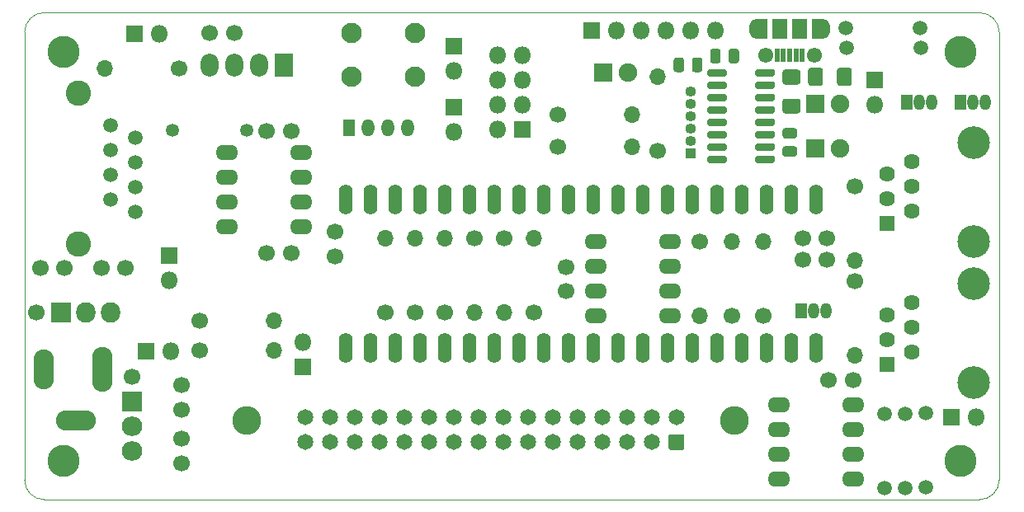
<source format=gbs>
%TF.GenerationSoftware,KiCad,Pcbnew,5.1.6-c6e7f7d~86~ubuntu18.04.1*%
%TF.CreationDate,2020-06-09T12:27:39+02:00*%
%TF.ProjectId,c6021light,63363032-316c-4696-9768-742e6b696361,rev?*%
%TF.SameCoordinates,Original*%
%TF.FileFunction,Soldermask,Bot*%
%TF.FilePolarity,Negative*%
%FSLAX46Y46*%
G04 Gerber Fmt 4.6, Leading zero omitted, Abs format (unit mm)*
G04 Created by KiCad (PCBNEW 5.1.6-c6e7f7d~86~ubuntu18.04.1) date 2020-06-09 12:27:39*
%MOMM*%
%LPD*%
G01*
G04 APERTURE LIST*
%TA.AperFunction,Profile*%
%ADD10C,0.050000*%
%TD*%
%ADD11C,1.500000*%
%ADD12C,1.700000*%
%ADD13O,1.800000X1.800000*%
%ADD14R,1.800000X1.800000*%
%ADD15R,1.150000X1.600000*%
%ADD16O,1.150000X1.600000*%
%ADD17R,1.300000X2.000000*%
%ADD18O,1.300000X2.000000*%
%ADD19R,1.600000X2.000000*%
%ADD20C,1.550000*%
%ADD21R,0.500000X1.450000*%
%ADD22O,1.100000X1.100000*%
%ADD23R,1.100000X1.100000*%
%ADD24O,1.700000X1.700000*%
%ADD25O,2.299640X1.601140*%
%ADD26C,2.599360*%
%ADD27C,1.499540*%
%ADD28O,1.400000X3.100000*%
%ADD29C,2.098980*%
%ADD30R,1.620000X1.620000*%
%ADD31C,3.350000*%
%ADD32C,1.620000*%
%ADD33C,2.950000*%
%ADD34C,1.650000*%
%ADD35C,1.350000*%
%ADD36C,1.900000*%
%ADD37R,1.900000X1.900000*%
%ADD38O,2.100000X2.005000*%
%ADD39R,2.100000X2.005000*%
%ADD40O,2.005000X2.100000*%
%ADD41R,2.005000X2.100000*%
%ADD42R,1.850000X2.350000*%
%ADD43O,1.850000X2.350000*%
%ADD44O,1.298880X1.799260*%
%ADD45R,1.298880X1.799260*%
%ADD46O,2.098980X4.600880*%
%ADD47O,2.098980X4.100500*%
%ADD48O,4.100500X2.098980*%
%ADD49C,3.300000*%
G04 APERTURE END LIST*
D10*
X102000000Y-100000000D02*
G75*
G02*
X100000000Y-98000000I0J2000000D01*
G01*
X100000000Y-52000000D02*
G75*
G02*
X102000000Y-50000000I2000000J0D01*
G01*
X200000000Y-98000000D02*
G75*
G02*
X198000000Y-100000000I-2000000J0D01*
G01*
X198000000Y-50000000D02*
G75*
G02*
X200000000Y-52000000I0J-2000000D01*
G01*
X100000000Y-52000000D02*
X100000000Y-98000000D01*
X198000000Y-50000000D02*
X102000000Y-50000000D01*
X200000000Y-98000000D02*
X200000000Y-52000000D01*
X102000000Y-100000000D02*
X198000000Y-100000000D01*
D11*
%TO.C,R15*%
X190347600Y-98780600D03*
X190347600Y-91160600D03*
%TD*%
%TO.C,R14*%
X188239400Y-98780600D03*
X188239400Y-91160600D03*
%TD*%
%TO.C,R13*%
X192481200Y-98755200D03*
X192481200Y-91135200D03*
%TD*%
D12*
%TO.C,C32*%
X155575000Y-76113000D03*
X155575000Y-78613000D03*
%TD*%
%TO.C,C8*%
X121499000Y-52070000D03*
X118999000Y-52070000D03*
%TD*%
%TO.C,C7*%
X127341000Y-62166500D03*
X124841000Y-62166500D03*
%TD*%
%TO.C,C6*%
X131826000Y-75017000D03*
X131826000Y-72517000D03*
%TD*%
%TO.C,C5*%
X127341000Y-74676000D03*
X124841000Y-74676000D03*
%TD*%
%TO.C,C4*%
X116078000Y-93766000D03*
X116078000Y-96266000D03*
%TD*%
%TO.C,C3*%
X116078000Y-90765000D03*
X116078000Y-88265000D03*
%TD*%
D13*
%TO.C,J11*%
X114960400Y-84759800D03*
D14*
X112420400Y-84759800D03*
%TD*%
%TO.C,U50*%
G36*
G01*
X172057400Y-56009800D02*
X172057400Y-56359800D01*
G75*
G02*
X171882400Y-56534800I-175000J0D01*
G01*
X170182400Y-56534800D01*
G75*
G02*
X170007400Y-56359800I0J175000D01*
G01*
X170007400Y-56009800D01*
G75*
G02*
X170182400Y-55834800I175000J0D01*
G01*
X171882400Y-55834800D01*
G75*
G02*
X172057400Y-56009800I0J-175000D01*
G01*
G37*
G36*
G01*
X172057400Y-57279800D02*
X172057400Y-57629800D01*
G75*
G02*
X171882400Y-57804800I-175000J0D01*
G01*
X170182400Y-57804800D01*
G75*
G02*
X170007400Y-57629800I0J175000D01*
G01*
X170007400Y-57279800D01*
G75*
G02*
X170182400Y-57104800I175000J0D01*
G01*
X171882400Y-57104800D01*
G75*
G02*
X172057400Y-57279800I0J-175000D01*
G01*
G37*
G36*
G01*
X172057400Y-58549800D02*
X172057400Y-58899800D01*
G75*
G02*
X171882400Y-59074800I-175000J0D01*
G01*
X170182400Y-59074800D01*
G75*
G02*
X170007400Y-58899800I0J175000D01*
G01*
X170007400Y-58549800D01*
G75*
G02*
X170182400Y-58374800I175000J0D01*
G01*
X171882400Y-58374800D01*
G75*
G02*
X172057400Y-58549800I0J-175000D01*
G01*
G37*
G36*
G01*
X172057400Y-59819800D02*
X172057400Y-60169800D01*
G75*
G02*
X171882400Y-60344800I-175000J0D01*
G01*
X170182400Y-60344800D01*
G75*
G02*
X170007400Y-60169800I0J175000D01*
G01*
X170007400Y-59819800D01*
G75*
G02*
X170182400Y-59644800I175000J0D01*
G01*
X171882400Y-59644800D01*
G75*
G02*
X172057400Y-59819800I0J-175000D01*
G01*
G37*
G36*
G01*
X172057400Y-61089800D02*
X172057400Y-61439800D01*
G75*
G02*
X171882400Y-61614800I-175000J0D01*
G01*
X170182400Y-61614800D01*
G75*
G02*
X170007400Y-61439800I0J175000D01*
G01*
X170007400Y-61089800D01*
G75*
G02*
X170182400Y-60914800I175000J0D01*
G01*
X171882400Y-60914800D01*
G75*
G02*
X172057400Y-61089800I0J-175000D01*
G01*
G37*
G36*
G01*
X172057400Y-62359800D02*
X172057400Y-62709800D01*
G75*
G02*
X171882400Y-62884800I-175000J0D01*
G01*
X170182400Y-62884800D01*
G75*
G02*
X170007400Y-62709800I0J175000D01*
G01*
X170007400Y-62359800D01*
G75*
G02*
X170182400Y-62184800I175000J0D01*
G01*
X171882400Y-62184800D01*
G75*
G02*
X172057400Y-62359800I0J-175000D01*
G01*
G37*
G36*
G01*
X172057400Y-63629800D02*
X172057400Y-63979800D01*
G75*
G02*
X171882400Y-64154800I-175000J0D01*
G01*
X170182400Y-64154800D01*
G75*
G02*
X170007400Y-63979800I0J175000D01*
G01*
X170007400Y-63629800D01*
G75*
G02*
X170182400Y-63454800I175000J0D01*
G01*
X171882400Y-63454800D01*
G75*
G02*
X172057400Y-63629800I0J-175000D01*
G01*
G37*
G36*
G01*
X172057400Y-64899800D02*
X172057400Y-65249800D01*
G75*
G02*
X171882400Y-65424800I-175000J0D01*
G01*
X170182400Y-65424800D01*
G75*
G02*
X170007400Y-65249800I0J175000D01*
G01*
X170007400Y-64899800D01*
G75*
G02*
X170182400Y-64724800I175000J0D01*
G01*
X171882400Y-64724800D01*
G75*
G02*
X172057400Y-64899800I0J-175000D01*
G01*
G37*
G36*
G01*
X177007400Y-64899800D02*
X177007400Y-65249800D01*
G75*
G02*
X176832400Y-65424800I-175000J0D01*
G01*
X175132400Y-65424800D01*
G75*
G02*
X174957400Y-65249800I0J175000D01*
G01*
X174957400Y-64899800D01*
G75*
G02*
X175132400Y-64724800I175000J0D01*
G01*
X176832400Y-64724800D01*
G75*
G02*
X177007400Y-64899800I0J-175000D01*
G01*
G37*
G36*
G01*
X177007400Y-63629800D02*
X177007400Y-63979800D01*
G75*
G02*
X176832400Y-64154800I-175000J0D01*
G01*
X175132400Y-64154800D01*
G75*
G02*
X174957400Y-63979800I0J175000D01*
G01*
X174957400Y-63629800D01*
G75*
G02*
X175132400Y-63454800I175000J0D01*
G01*
X176832400Y-63454800D01*
G75*
G02*
X177007400Y-63629800I0J-175000D01*
G01*
G37*
G36*
G01*
X177007400Y-62359800D02*
X177007400Y-62709800D01*
G75*
G02*
X176832400Y-62884800I-175000J0D01*
G01*
X175132400Y-62884800D01*
G75*
G02*
X174957400Y-62709800I0J175000D01*
G01*
X174957400Y-62359800D01*
G75*
G02*
X175132400Y-62184800I175000J0D01*
G01*
X176832400Y-62184800D01*
G75*
G02*
X177007400Y-62359800I0J-175000D01*
G01*
G37*
G36*
G01*
X177007400Y-61089800D02*
X177007400Y-61439800D01*
G75*
G02*
X176832400Y-61614800I-175000J0D01*
G01*
X175132400Y-61614800D01*
G75*
G02*
X174957400Y-61439800I0J175000D01*
G01*
X174957400Y-61089800D01*
G75*
G02*
X175132400Y-60914800I175000J0D01*
G01*
X176832400Y-60914800D01*
G75*
G02*
X177007400Y-61089800I0J-175000D01*
G01*
G37*
G36*
G01*
X177007400Y-59819800D02*
X177007400Y-60169800D01*
G75*
G02*
X176832400Y-60344800I-175000J0D01*
G01*
X175132400Y-60344800D01*
G75*
G02*
X174957400Y-60169800I0J175000D01*
G01*
X174957400Y-59819800D01*
G75*
G02*
X175132400Y-59644800I175000J0D01*
G01*
X176832400Y-59644800D01*
G75*
G02*
X177007400Y-59819800I0J-175000D01*
G01*
G37*
G36*
G01*
X177007400Y-58549800D02*
X177007400Y-58899800D01*
G75*
G02*
X176832400Y-59074800I-175000J0D01*
G01*
X175132400Y-59074800D01*
G75*
G02*
X174957400Y-58899800I0J175000D01*
G01*
X174957400Y-58549800D01*
G75*
G02*
X175132400Y-58374800I175000J0D01*
G01*
X176832400Y-58374800D01*
G75*
G02*
X177007400Y-58549800I0J-175000D01*
G01*
G37*
G36*
G01*
X177007400Y-57279800D02*
X177007400Y-57629800D01*
G75*
G02*
X176832400Y-57804800I-175000J0D01*
G01*
X175132400Y-57804800D01*
G75*
G02*
X174957400Y-57629800I0J175000D01*
G01*
X174957400Y-57279800D01*
G75*
G02*
X175132400Y-57104800I175000J0D01*
G01*
X176832400Y-57104800D01*
G75*
G02*
X177007400Y-57279800I0J-175000D01*
G01*
G37*
G36*
G01*
X177007400Y-56009800D02*
X177007400Y-56359800D01*
G75*
G02*
X176832400Y-56534800I-175000J0D01*
G01*
X175132400Y-56534800D01*
G75*
G02*
X174957400Y-56359800I0J175000D01*
G01*
X174957400Y-56009800D01*
G75*
G02*
X175132400Y-55834800I175000J0D01*
G01*
X176832400Y-55834800D01*
G75*
G02*
X177007400Y-56009800I0J-175000D01*
G01*
G37*
%TD*%
D11*
%TO.C,R42*%
X184289700Y-51574700D03*
X191909700Y-51574700D03*
%TD*%
%TO.C,R41*%
X184302400Y-53644800D03*
X191922400Y-53644800D03*
%TD*%
D15*
%TO.C,Q32*%
X190525400Y-59207400D03*
D16*
X193065400Y-59207400D03*
X191795400Y-59207400D03*
%TD*%
D15*
%TO.C,Q31*%
X195999100Y-59207400D03*
D16*
X198539100Y-59207400D03*
X197269100Y-59207400D03*
%TD*%
D13*
%TO.C,J31*%
X187223400Y-59410600D03*
D14*
X187223400Y-56870600D03*
%TD*%
%TO.C,C50*%
G36*
G01*
X172218300Y-54938850D02*
X172218300Y-53976350D01*
G75*
G02*
X172487050Y-53707600I268750J0D01*
G01*
X173024550Y-53707600D01*
G75*
G02*
X173293300Y-53976350I0J-268750D01*
G01*
X173293300Y-54938850D01*
G75*
G02*
X173024550Y-55207600I-268750J0D01*
G01*
X172487050Y-55207600D01*
G75*
G02*
X172218300Y-54938850I0J268750D01*
G01*
G37*
G36*
G01*
X170343300Y-54938850D02*
X170343300Y-53976350D01*
G75*
G02*
X170612050Y-53707600I268750J0D01*
G01*
X171149550Y-53707600D01*
G75*
G02*
X171418300Y-53976350I0J-268750D01*
G01*
X171418300Y-54938850D01*
G75*
G02*
X171149550Y-55207600I-268750J0D01*
G01*
X170612050Y-55207600D01*
G75*
G02*
X170343300Y-54938850I0J268750D01*
G01*
G37*
%TD*%
D17*
%TO.C,J50*%
X175611200Y-51683400D03*
X181411200Y-51683400D03*
D18*
X182011200Y-51683400D03*
X175011200Y-51683400D03*
D19*
X177511200Y-51683400D03*
D20*
X181011200Y-54383400D03*
D21*
X178511200Y-54383400D03*
X179161200Y-54383400D03*
X179811200Y-54383400D03*
X177211200Y-54383400D03*
X177861200Y-54383400D03*
D20*
X176011200Y-54383400D03*
D19*
X179511200Y-51683400D03*
%TD*%
D22*
%TO.C,J51*%
X168338500Y-58115200D03*
X168338500Y-59385200D03*
X168338500Y-60655200D03*
X168338500Y-61925200D03*
X168338500Y-63195200D03*
D23*
X168338500Y-64465200D03*
%TD*%
D24*
%TO.C,R1*%
X125603000Y-81661000D03*
D12*
X117983000Y-81661000D03*
%TD*%
D24*
%TO.C,R2*%
X125603000Y-84709000D03*
D12*
X117983000Y-84709000D03*
%TD*%
D24*
%TO.C,R3*%
X164960300Y-56591200D03*
D12*
X164960300Y-64211200D03*
%TD*%
D24*
%TO.C,R11*%
X162306000Y-60452000D03*
D12*
X154686000Y-60452000D03*
%TD*%
D24*
%TO.C,R12*%
X162306000Y-63754000D03*
D12*
X154686000Y-63754000D03*
%TD*%
D24*
%TO.C,R31*%
X185191400Y-85191600D03*
D12*
X185191400Y-77571600D03*
%TD*%
D24*
%TO.C,R32*%
X143129000Y-73152000D03*
D12*
X143129000Y-80772000D03*
%TD*%
D24*
%TO.C,R33*%
X137033000Y-73152000D03*
D12*
X137033000Y-80772000D03*
%TD*%
D24*
%TO.C,R34*%
X140081000Y-73152000D03*
D12*
X140081000Y-80772000D03*
%TD*%
D24*
%TO.C,R35*%
X172593000Y-73533000D03*
D12*
X172593000Y-81153000D03*
%TD*%
D24*
%TO.C,R36*%
X149225000Y-80772000D03*
D12*
X149225000Y-73152000D03*
%TD*%
D24*
%TO.C,R37*%
X169291000Y-81153000D03*
D12*
X169291000Y-73533000D03*
%TD*%
D24*
%TO.C,R38*%
X146177000Y-80772000D03*
D12*
X146177000Y-73152000D03*
%TD*%
D24*
%TO.C,R39*%
X152273000Y-73152000D03*
D12*
X152273000Y-80772000D03*
%TD*%
D24*
%TO.C,R40*%
X175768000Y-73533000D03*
D12*
X175768000Y-81153000D03*
%TD*%
D24*
%TO.C,R5*%
X108204000Y-55753000D03*
D12*
X115824000Y-55753000D03*
%TD*%
D24*
%TO.C,R30*%
X185191400Y-75438000D03*
D12*
X185191400Y-67818000D03*
%TD*%
D25*
%TO.C,U10*%
X185039000Y-90297000D03*
X185039000Y-92837000D03*
X185039000Y-95377000D03*
X185039000Y-97917000D03*
X177419000Y-97917000D03*
X177419000Y-95377000D03*
X177419000Y-92837000D03*
X177419000Y-90297000D03*
%TD*%
D12*
%TO.C,C10*%
X182513600Y-87757000D03*
X185013600Y-87757000D03*
%TD*%
%TO.C,C31*%
X182332000Y-75387200D03*
X179832000Y-75387200D03*
%TD*%
%TO.C,C30*%
X179821200Y-73202800D03*
X182321200Y-73202800D03*
%TD*%
D26*
%TO.C,J8*%
X105537000Y-73787000D03*
X105537000Y-58293000D03*
D27*
X111379000Y-70485000D03*
X108839000Y-69215000D03*
X111379000Y-67945000D03*
X108839000Y-66675000D03*
X111379000Y-65405000D03*
X111379000Y-62865000D03*
X108839000Y-61595000D03*
X108839000Y-64135000D03*
%TD*%
D12*
%TO.C,C2*%
X107863000Y-76200000D03*
X110363000Y-76200000D03*
%TD*%
%TO.C,C1*%
X101600000Y-76200000D03*
X104100000Y-76200000D03*
%TD*%
D28*
%TO.C,BP1*%
X132969000Y-69207380D03*
X132969000Y-84455000D03*
X135509000Y-69207380D03*
X135509000Y-84455000D03*
X138049000Y-69215000D03*
X138049000Y-84447380D03*
X140589000Y-69215000D03*
X140589000Y-84455000D03*
X143129000Y-69215000D03*
X143129000Y-84455000D03*
X145669000Y-69215000D03*
X145669000Y-84455000D03*
X148209000Y-69215000D03*
X148209000Y-84455000D03*
X150749000Y-69215000D03*
X150749000Y-84455000D03*
X153289000Y-69207380D03*
X153289000Y-84455000D03*
X155829000Y-69215000D03*
X155829000Y-84455000D03*
X158369000Y-69215000D03*
X158369000Y-84455000D03*
X160909000Y-69215000D03*
X160909000Y-84455000D03*
X163449000Y-69215000D03*
X163449000Y-84447380D03*
X165989000Y-69215000D03*
X165989000Y-84455000D03*
X168529000Y-69215000D03*
X168529000Y-84455000D03*
X171069000Y-69215000D03*
X171069000Y-84455000D03*
X173609000Y-69215000D03*
X173609000Y-84455000D03*
X176149000Y-69207380D03*
X176149000Y-84455000D03*
X178689000Y-69215000D03*
X178689000Y-84455000D03*
X181229000Y-69215000D03*
X181229000Y-84455000D03*
%TD*%
D13*
%TO.C,J4*%
X128524000Y-83820000D03*
D14*
X128524000Y-86360000D03*
%TD*%
D29*
%TO.C,SW1*%
X140030200Y-56606440D03*
X133527800Y-52105560D03*
X140030200Y-52105560D03*
X133527800Y-56606440D03*
%TD*%
D13*
%TO.C,J2*%
X148526500Y-54356000D03*
X151066500Y-54356000D03*
X148526500Y-56896000D03*
X151066500Y-56896000D03*
X148526500Y-59436000D03*
X151066500Y-59436000D03*
X148526500Y-61976000D03*
D14*
X151066500Y-61976000D03*
%TD*%
D12*
%TO.C,TP2*%
X110998000Y-87376000D03*
%TD*%
%TO.C,TP1*%
X101219000Y-80772000D03*
%TD*%
D13*
%TO.C,J52*%
X170865800Y-51790600D03*
X168325800Y-51790600D03*
X165785800Y-51790600D03*
X163245800Y-51790600D03*
X160705800Y-51790600D03*
D14*
X158165800Y-51790600D03*
%TD*%
D30*
%TO.C,J30*%
X188468000Y-71628000D03*
D31*
X197358000Y-73538000D03*
D32*
X191008000Y-70358000D03*
X188468000Y-69088000D03*
X191008000Y-67818000D03*
X188468000Y-66548000D03*
X191008000Y-65278000D03*
D31*
X197358000Y-63378000D03*
%TD*%
D33*
%TO.C,J3*%
X122828000Y-91867000D03*
X172828000Y-91867000D03*
D34*
X128778000Y-91567000D03*
X131318000Y-91567000D03*
X133858000Y-91567000D03*
X136398000Y-91567000D03*
X138938000Y-91567000D03*
X141478000Y-91567000D03*
X144018000Y-91567000D03*
X146558000Y-91567000D03*
X149098000Y-91567000D03*
X151638000Y-91567000D03*
X154178000Y-91567000D03*
X156718000Y-91567000D03*
X159258000Y-91567000D03*
X161798000Y-91567000D03*
X164338000Y-91567000D03*
X166878000Y-91567000D03*
X128778000Y-94107000D03*
X131318000Y-94107000D03*
X133858000Y-94107000D03*
X136398000Y-94107000D03*
X138938000Y-94107000D03*
X141478000Y-94107000D03*
X144018000Y-94107000D03*
X146558000Y-94107000D03*
X149098000Y-94107000D03*
X151638000Y-94107000D03*
X154178000Y-94107000D03*
X156718000Y-94107000D03*
X159258000Y-94107000D03*
X161798000Y-94107000D03*
X164338000Y-94107000D03*
G36*
G01*
X167436872Y-94932000D02*
X166319128Y-94932000D01*
G75*
G02*
X166053000Y-94665872I0J266128D01*
G01*
X166053000Y-93548128D01*
G75*
G02*
X166319128Y-93282000I266128J0D01*
G01*
X167436872Y-93282000D01*
G75*
G02*
X167703000Y-93548128I0J-266128D01*
G01*
X167703000Y-94665872D01*
G75*
G02*
X167436872Y-94932000I-266128J0D01*
G01*
G37*
%TD*%
D35*
%TO.C,R4*%
X122810000Y-62103000D03*
X115190000Y-62103000D03*
%TD*%
%TO.C,C51*%
G36*
G01*
X167671800Y-54878050D02*
X167671800Y-55840550D01*
G75*
G02*
X167403050Y-56109300I-268750J0D01*
G01*
X166865550Y-56109300D01*
G75*
G02*
X166596800Y-55840550I0J268750D01*
G01*
X166596800Y-54878050D01*
G75*
G02*
X166865550Y-54609300I268750J0D01*
G01*
X167403050Y-54609300D01*
G75*
G02*
X167671800Y-54878050I0J-268750D01*
G01*
G37*
G36*
G01*
X169546800Y-54878050D02*
X169546800Y-55840550D01*
G75*
G02*
X169278050Y-56109300I-268750J0D01*
G01*
X168740550Y-56109300D01*
G75*
G02*
X168471800Y-55840550I0J268750D01*
G01*
X168471800Y-54878050D01*
G75*
G02*
X168740550Y-54609300I268750J0D01*
G01*
X169278050Y-54609300D01*
G75*
G02*
X169546800Y-54878050I0J-268750D01*
G01*
G37*
%TD*%
D13*
%TO.C,JP1*%
X144018000Y-56007000D03*
D14*
X144018000Y-53467000D03*
%TD*%
D13*
%TO.C,JP2*%
X144018000Y-62230000D03*
D14*
X144018000Y-59690000D03*
%TD*%
D36*
%TO.C,D21*%
X183705500Y-59385200D03*
D37*
X181165500Y-59385200D03*
%TD*%
D36*
%TO.C,D20*%
X183705500Y-63931800D03*
D37*
X181165500Y-63931800D03*
%TD*%
D36*
%TO.C,D1*%
X161886900Y-56134000D03*
D37*
X159346900Y-56134000D03*
%TD*%
%TO.C,C52*%
G36*
G01*
X178029950Y-63724500D02*
X178992450Y-63724500D01*
G75*
G02*
X179261200Y-63993250I0J-268750D01*
G01*
X179261200Y-64530750D01*
G75*
G02*
X178992450Y-64799500I-268750J0D01*
G01*
X178029950Y-64799500D01*
G75*
G02*
X177761200Y-64530750I0J268750D01*
G01*
X177761200Y-63993250D01*
G75*
G02*
X178029950Y-63724500I268750J0D01*
G01*
G37*
G36*
G01*
X178029950Y-61849500D02*
X178992450Y-61849500D01*
G75*
G02*
X179261200Y-62118250I0J-268750D01*
G01*
X179261200Y-62655750D01*
G75*
G02*
X178992450Y-62924500I-268750J0D01*
G01*
X178029950Y-62924500D01*
G75*
G02*
X177761200Y-62655750I0J268750D01*
G01*
X177761200Y-62118250D01*
G75*
G02*
X178029950Y-61849500I268750J0D01*
G01*
G37*
%TD*%
D25*
%TO.C,U30*%
X166243000Y-73533000D03*
X166243000Y-76073000D03*
X166243000Y-78613000D03*
X166243000Y-81153000D03*
X158623000Y-81153000D03*
X158623000Y-78613000D03*
X158623000Y-76073000D03*
X158623000Y-73533000D03*
%TD*%
%TO.C,U3*%
X120777000Y-72009000D03*
X120777000Y-69469000D03*
X120777000Y-66929000D03*
X120777000Y-64389000D03*
X128397000Y-64389000D03*
X128397000Y-66929000D03*
X128397000Y-69469000D03*
X128397000Y-72009000D03*
%TD*%
D38*
%TO.C,U2*%
X110998000Y-94996000D03*
X110998000Y-92456000D03*
D39*
X110998000Y-89916000D03*
%TD*%
D40*
%TO.C,U1*%
X108839000Y-80772000D03*
X106299000Y-80772000D03*
D41*
X103759000Y-80772000D03*
%TD*%
%TO.C,R51*%
G36*
G01*
X179346456Y-57377500D02*
X178031544Y-57377500D01*
G75*
G02*
X177764000Y-57109956I0J267544D01*
G01*
X177764000Y-56120044D01*
G75*
G02*
X178031544Y-55852500I267544J0D01*
G01*
X179346456Y-55852500D01*
G75*
G02*
X179614000Y-56120044I0J-267544D01*
G01*
X179614000Y-57109956D01*
G75*
G02*
X179346456Y-57377500I-267544J0D01*
G01*
G37*
G36*
G01*
X179346456Y-60352500D02*
X178031544Y-60352500D01*
G75*
G02*
X177764000Y-60084956I0J267544D01*
G01*
X177764000Y-59095044D01*
G75*
G02*
X178031544Y-58827500I267544J0D01*
G01*
X179346456Y-58827500D01*
G75*
G02*
X179614000Y-59095044I0J-267544D01*
G01*
X179614000Y-60084956D01*
G75*
G02*
X179346456Y-60352500I-267544J0D01*
G01*
G37*
%TD*%
%TO.C,R50*%
G36*
G01*
X181913700Y-55933744D02*
X181913700Y-57248656D01*
G75*
G02*
X181646156Y-57516200I-267544J0D01*
G01*
X180656244Y-57516200D01*
G75*
G02*
X180388700Y-57248656I0J267544D01*
G01*
X180388700Y-55933744D01*
G75*
G02*
X180656244Y-55666200I267544J0D01*
G01*
X181646156Y-55666200D01*
G75*
G02*
X181913700Y-55933744I0J-267544D01*
G01*
G37*
G36*
G01*
X184888700Y-55933744D02*
X184888700Y-57248656D01*
G75*
G02*
X184621156Y-57516200I-267544J0D01*
G01*
X183631244Y-57516200D01*
G75*
G02*
X183363700Y-57248656I0J267544D01*
G01*
X183363700Y-55933744D01*
G75*
G02*
X183631244Y-55666200I267544J0D01*
G01*
X184621156Y-55666200D01*
G75*
G02*
X184888700Y-55933744I0J-267544D01*
G01*
G37*
%TD*%
D15*
%TO.C,Q30*%
X179679600Y-80645000D03*
D16*
X182219600Y-80645000D03*
X180949600Y-80645000D03*
%TD*%
D42*
%TO.C,PS1*%
X126619000Y-55372000D03*
D43*
X124079000Y-55372000D03*
X121539000Y-55372000D03*
X118999000Y-55372000D03*
%TD*%
D30*
%TO.C,J12*%
X188468000Y-86106000D03*
D31*
X197358000Y-88016000D03*
D32*
X191008000Y-84836000D03*
X188468000Y-83566000D03*
X191008000Y-82296000D03*
X188468000Y-81026000D03*
X191008000Y-79756000D03*
D31*
X197358000Y-77856000D03*
%TD*%
D13*
%TO.C,J10*%
X197612000Y-91567000D03*
D14*
X195072000Y-91567000D03*
%TD*%
D13*
%TO.C,J7*%
X114808000Y-77470000D03*
D14*
X114808000Y-74930000D03*
%TD*%
D13*
%TO.C,J6*%
X113792000Y-52197000D03*
D14*
X111252000Y-52197000D03*
%TD*%
D44*
%TO.C,J5*%
X139270740Y-61849000D03*
X135270240Y-61849000D03*
X137271760Y-61849000D03*
D45*
X133268720Y-61849000D03*
%TD*%
D46*
%TO.C,J1*%
X107977940Y-86614000D03*
D47*
X101975920Y-86614000D03*
D48*
X105227120Y-91914980D03*
%TD*%
D49*
%TO.C,REF\u002A\u002A*%
X196000000Y-96000000D03*
%TD*%
%TO.C,REF\u002A\u002A*%
X196000000Y-54000000D03*
%TD*%
%TO.C,REF\u002A\u002A*%
X104000000Y-54000000D03*
%TD*%
%TO.C,REF\u002A\u002A*%
X104000000Y-96000000D03*
%TD*%
M02*

</source>
